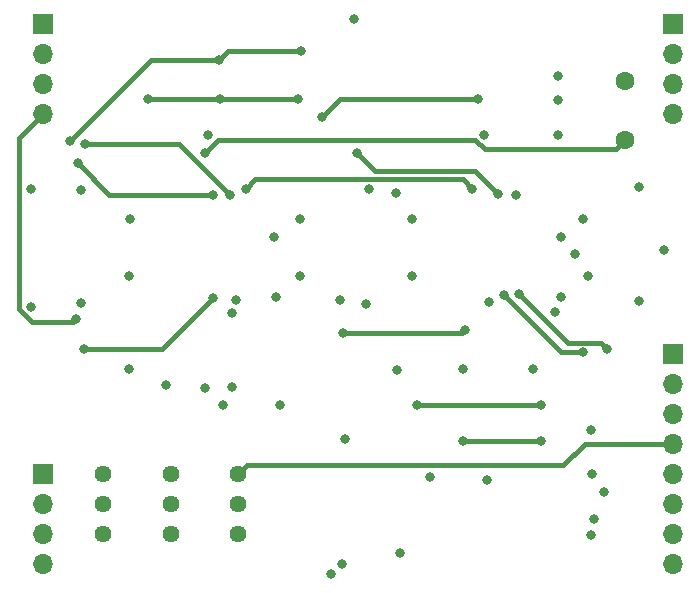
<source format=gbl>
G04 #@! TF.GenerationSoftware,KiCad,Pcbnew,5.1.12-84ad8e8a86~92~ubuntu20.04.1*
G04 #@! TF.CreationDate,2021-12-08T10:45:37-05:00*
G04 #@! TF.ProjectId,2164_phasor_plug_in_board,32313634-5f70-4686-9173-6f725f706c75,0.1*
G04 #@! TF.SameCoordinates,Original*
G04 #@! TF.FileFunction,Copper,L4,Bot*
G04 #@! TF.FilePolarity,Positive*
%FSLAX46Y46*%
G04 Gerber Fmt 4.6, Leading zero omitted, Abs format (unit mm)*
G04 Created by KiCad (PCBNEW 5.1.12-84ad8e8a86~92~ubuntu20.04.1) date 2021-12-08 10:45:37*
%MOMM*%
%LPD*%
G01*
G04 APERTURE LIST*
G04 #@! TA.AperFunction,ComponentPad*
%ADD10C,1.600000*%
G04 #@! TD*
G04 #@! TA.AperFunction,ComponentPad*
%ADD11C,1.440000*%
G04 #@! TD*
G04 #@! TA.AperFunction,ComponentPad*
%ADD12O,1.700000X1.700000*%
G04 #@! TD*
G04 #@! TA.AperFunction,ComponentPad*
%ADD13R,1.700000X1.700000*%
G04 #@! TD*
G04 #@! TA.AperFunction,ViaPad*
%ADD14C,0.800000*%
G04 #@! TD*
G04 #@! TA.AperFunction,Conductor*
%ADD15C,0.400000*%
G04 #@! TD*
G04 APERTURE END LIST*
D10*
X143256000Y-78406000D03*
X143256000Y-73406000D03*
D11*
X104775000Y-106680000D03*
X104775000Y-109220000D03*
X104775000Y-111760000D03*
X99060000Y-106680000D03*
X99060000Y-109220000D03*
X99060000Y-111760000D03*
X110490000Y-106680000D03*
X110490000Y-109220000D03*
X110490000Y-111760000D03*
D12*
X147320000Y-114300000D03*
X147320000Y-111760000D03*
X147320000Y-109220000D03*
X147320000Y-106680000D03*
X147320000Y-104140000D03*
X147320000Y-101600000D03*
X147320000Y-99060000D03*
D13*
X147320000Y-96520000D03*
D12*
X147320000Y-76200000D03*
X147320000Y-73660000D03*
X147320000Y-71120000D03*
D13*
X147320000Y-68580000D03*
D12*
X93980000Y-114300000D03*
X93980000Y-111760000D03*
X93980000Y-109220000D03*
D13*
X93980000Y-106680000D03*
D12*
X93980000Y-76200000D03*
X93980000Y-73660000D03*
X93980000Y-71120000D03*
D13*
X93980000Y-68580000D03*
D14*
X113665000Y-91694000D03*
X113538000Y-86614000D03*
X137795000Y-91694000D03*
X137795000Y-86614000D03*
X101346000Y-85090000D03*
X101219000Y-89916000D03*
X115697000Y-89916000D03*
X115697000Y-85090000D03*
X125222000Y-85090000D03*
X125222000Y-89916000D03*
X139700000Y-85090000D03*
X92964000Y-82550000D03*
X92964000Y-92583000D03*
X97155000Y-92202000D03*
X97155000Y-82677000D03*
X107950000Y-77978000D03*
X131318000Y-77978000D03*
X104394000Y-99187000D03*
X109982000Y-99314000D03*
X129540000Y-97790000D03*
X121539000Y-82550000D03*
X121285000Y-92329000D03*
X135470990Y-97790000D03*
X126746000Y-106934000D03*
X124206000Y-113411000D03*
X140462000Y-106680000D03*
X140335000Y-102997000D03*
X144437010Y-82423000D03*
X144437010Y-92075000D03*
X140094000Y-89929000D03*
X141478000Y-108242990D03*
X140588996Y-110490000D03*
X140335000Y-111887000D03*
X139029010Y-88046990D03*
X96774000Y-93599000D03*
X108331000Y-91821000D03*
X97409000Y-96139000D03*
X115570000Y-74930000D03*
X108966000Y-74930000D03*
X102870000Y-74930000D03*
X101219000Y-97790000D03*
X108331000Y-83058000D03*
X96901000Y-80391000D03*
X108839000Y-71628000D03*
X96266000Y-78486000D03*
X115824000Y-70866000D03*
X132461000Y-82969000D03*
X120523000Y-79502000D03*
X123825000Y-82931000D03*
X123952000Y-97917000D03*
X139700000Y-96393000D03*
X132969000Y-91567000D03*
X136144000Y-103886000D03*
X129540000Y-103886000D03*
X137287000Y-92964000D03*
X137541000Y-77978000D03*
X97536000Y-78740000D03*
X109824844Y-83070924D03*
X133985000Y-83058000D03*
X119380000Y-94742000D03*
X129667000Y-94487998D03*
X120269000Y-68199000D03*
X119159003Y-91980997D03*
X134239000Y-91440000D03*
X141737807Y-96144807D03*
X146558000Y-87757000D03*
X137541000Y-73025000D03*
X107696000Y-79502000D03*
X107696000Y-99441000D03*
X110325000Y-91948000D03*
X118364000Y-115189000D03*
X114046000Y-100838000D03*
X119253000Y-114300000D03*
X117602000Y-76454000D03*
X130810000Y-74930000D03*
X119507000Y-103759000D03*
X125603000Y-100838000D03*
X136144000Y-100838000D03*
X137541010Y-75057000D03*
X109220000Y-100838000D03*
X109982000Y-93091000D03*
X130302000Y-82550000D03*
X111124988Y-82550000D03*
X131762500Y-92138500D03*
X131572000Y-107188000D03*
D15*
X91948000Y-78232000D02*
X93980000Y-76200000D01*
X91948000Y-92751002D02*
X91948000Y-78232000D01*
X93049998Y-93853000D02*
X91948000Y-92751002D01*
X96520000Y-93853000D02*
X93049998Y-93853000D01*
X96774000Y-93599000D02*
X96520000Y-93853000D01*
X104013000Y-96139000D02*
X97409000Y-96139000D01*
X108331000Y-91821000D02*
X104013000Y-96139000D01*
X115570000Y-74930000D02*
X108966000Y-74930000D01*
X108966000Y-74930000D02*
X102870000Y-74930000D01*
X99568000Y-83058000D02*
X96901000Y-80391000D01*
X108331000Y-83058000D02*
X99568000Y-83058000D01*
X103124000Y-71628000D02*
X96266000Y-78486000D01*
X108839000Y-71628000D02*
X103124000Y-71628000D01*
X109601000Y-70866000D02*
X115824000Y-70866000D01*
X108839000Y-71628000D02*
X109601000Y-70866000D01*
X122047000Y-81026000D02*
X120523000Y-79502000D01*
X130518000Y-81026000D02*
X122047000Y-81026000D01*
X132461000Y-82969000D02*
X130518000Y-81026000D01*
X137795000Y-96393000D02*
X132969000Y-91567000D01*
X139700000Y-96393000D02*
X137795000Y-96393000D01*
X136144000Y-103886000D02*
X129540000Y-103886000D01*
X97536000Y-78740000D02*
X105493920Y-78740000D01*
X105493920Y-78740000D02*
X109824844Y-83070924D01*
X129412998Y-94742000D02*
X129667000Y-94487998D01*
X119380000Y-94742000D02*
X129412998Y-94742000D01*
X134239000Y-91440000D02*
X138391999Y-95592999D01*
X138391999Y-95592999D02*
X141185999Y-95592999D01*
X141185999Y-95592999D02*
X141737807Y-96144807D01*
X108792000Y-78406000D02*
X107696000Y-79502000D01*
X131361997Y-79205999D02*
X130561998Y-78406000D01*
X142456001Y-79205999D02*
X131361997Y-79205999D01*
X130561998Y-78406000D02*
X108792000Y-78406000D01*
X143256000Y-78406000D02*
X142456001Y-79205999D01*
X111209999Y-105960001D02*
X138006999Y-105960001D01*
X110490000Y-106680000D02*
X111209999Y-105960001D01*
X139827000Y-104140000D02*
X147320000Y-104140000D01*
X138006999Y-105960001D02*
X139827000Y-104140000D01*
X119126000Y-74930000D02*
X130810000Y-74930000D01*
X117602000Y-76454000D02*
X119126000Y-74930000D01*
X125603000Y-100838000D02*
X136144000Y-100838000D01*
X130302000Y-82550000D02*
X129501999Y-81749999D01*
X129501999Y-81749999D02*
X111924989Y-81749999D01*
X111924989Y-81749999D02*
X111124988Y-82550000D01*
M02*

</source>
